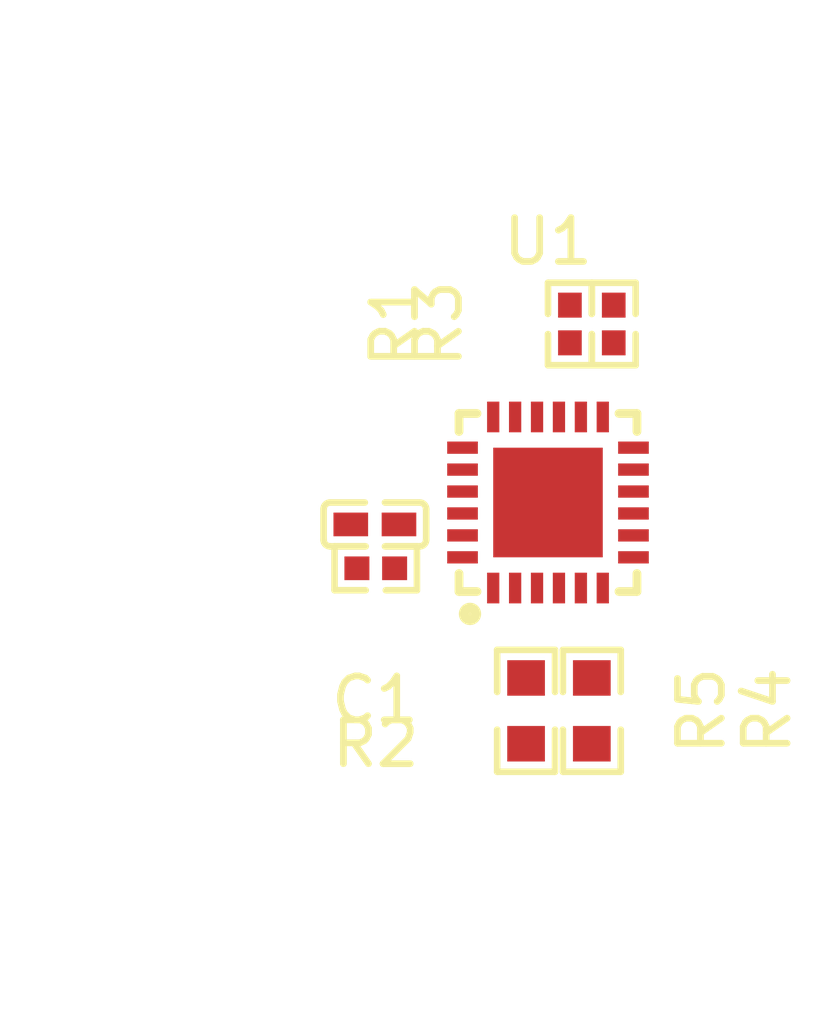
<source format=kicad_pcb>
(kicad_pcb (version 20241229) (generator "pcbnew") (generator_version "9.0")
  (layers (0 "F.Cu" signal) (2 "B.Cu" signal) (13 "F.Paste" user) (15 "B.Paste" user) (5 "F.SilkS" user "F.Silkscreen") (7 "B.SilkS" user "B.Silkscreen") (1 "F.Mask" user) (3 "B.Mask" user) (25 "Edge.Cuts" user))
  (net 0 "")
  (net 1 "LED8")
  (net 2 "CS2")
  (net 3 "WAKE_SPI_MOSI")
  (net 4 "RESET")
  (net 5 "SMCLK_BC_CLK_SPI_CLK")
  (net 6 "SMDATA_BC_DATA_SPI_MSIO_SPI_MISO")
  (net 7 "CS4")
  (net 8 "LED1")
  (net 9 "hv")
  (net 10 "ALERTh_BC_IRQh")
  (net 11 "LED4")
  (net 12 "CS7")
  (net 13 "LED3")
  (net 14 "CS5")
  (net 15 "ADDR_COMM")
  (net 16 "CS8")
  (net 17 "LED2")
  (net 18 "CS1")
  (net 19 "LED5")
  (net 20 "SPI_CSh")
  (net 21 "gnd")
  (net 22 "CS6")
  (net 23 "LED7")
  (net 24 "LED6")
  (net 25 "CS3")
  (footprint "atopile:R0402-56259e" (layer "F.Cu") (at 0.5 -4.07 90)
    (property "Reference" "R1" (at 0 -4 90) (layer "F.SilkS"))
    (property "Value" "10kΩ ±1% 62.5mW")
    (fp_line (start 0.94 -0.5) (end 0.23 -0.5) (stroke (width 0.15)) (layer "F.SilkS"))
    (fp_line (start -0.94 -0.5) (end -0.23 -0.5) (stroke (width 0.15)) (layer "F.SilkS"))
    (fp_line (start 0.94 0.5) (end 0.94 -0.5) (stroke (width 0.15)) (layer "F.SilkS"))
    (fp_line (start 0.23 0.5) (end 0.94 0.5) (stroke (width 0.15)) (layer "F.SilkS"))
    (fp_line (start -0.23 0.5) (end -0.94 0.5) (stroke (width 0.15)) (layer "F.SilkS"))
    (fp_line (start -0.94 0.5) (end -0.94 -0.5) (stroke (width 0.15)) (layer "F.SilkS"))
    (fp_text user "${REFERENCE}" (at 0 -4 90) (layer "F.SilkS"))
    (pad "1" smd rect (at -0.43 0 90) (size 0.57 0.54) (layers "F.Cu" "F.Mask" "F.Paste") (net 15 "ADDR_COMM"))
    (pad "2" smd rect (at 0.43 0 90) (size 0.57 0.54) (layers "F.Cu" "F.Mask" "F.Paste") (net 21 "gnd"))
  )
  (footprint "atopile:C0402-b3ef17" (layer "F.Cu") (at -3.95 0.5 180)
    (property "Reference" "C1" (at 0 -4 0) (layer "F.SilkS"))
    (property "Value" "100nF ±10% 16V X7R")
    (fp_line (start 1.17 0.35) (end 1.17 -0.35) (stroke (width 0.15)) (layer "F.SilkS"))
    (fp_line (start 1.02 -0.5) (end 0.23 -0.5) (stroke (width 0.15)) (layer "F.SilkS"))
    (fp_line (start 0.23 0.5) (end 1.02 0.5) (stroke (width 0.15)) (layer "F.SilkS"))
    (fp_line (start -0.23 0.5) (end -1.02 0.5) (stroke (width 0.15)) (layer "F.SilkS"))
    (fp_line (start -1.02 -0.5) (end -0.23 -0.5) (stroke (width 0.15)) (layer "F.SilkS"))
    (fp_line (start -1.17 0.35) (end -1.17 -0.35) (stroke (width 0.15)) (layer "F.SilkS"))
    (fp_arc (start 1.17 0.35) (mid 1.126066 0.456066) (end 1.02 0.5) (stroke (width 0.15)) (layer "F.SilkS"))
    (fp_arc (start 1.02 -0.5) (mid 1.126066 -0.456066) (end 1.17 -0.35) (stroke (width 0.15)) (layer "F.SilkS"))
    (fp_arc (start -1.02 0.5) (mid -1.126066 0.456066) (end -1.17 0.35) (stroke (width 0.15)) (layer "F.SilkS"))
    (fp_arc (start -1.17 -0.35) (mid -1.126066 -0.456066) (end -1.02 -0.5) (stroke (width 0.15)) (layer "F.SilkS"))
    (fp_text user "${REFERENCE}" (at 0 -4 0) (layer "F.SilkS"))
    (pad "1" smd rect (at -0.55 0 180) (size 0.79 0.54) (layers "F.Cu" "F.Mask" "F.Paste") (net 9 "hv"))
    (pad "2" smd rect (at 0.55 0 180) (size 0.79 0.54) (layers "F.Cu" "F.Mask" "F.Paste") (net 21 "gnd"))
  )
  (footprint "atopile:QFN-24_L4.0-W4.0-P0.50-BL-EP2.5-58dc27" (layer "F.Cu") (at 0 0)
    (property "Reference" "U1" (at 0 -5.95 0) (layer "F.SilkS"))
    (property "Value" "")
    (fp_line (start -2.03 -2.03) (end -1.62 -2.03) (stroke (width 0.2)) (layer "F.SilkS"))
    (fp_line (start -2.03 -1.62) (end -2.03 -2.03) (stroke (width 0.2)) (layer "F.SilkS"))
    (fp_line (start -2.03 2.03) (end -2.03 1.62) (stroke (width 0.2)) (layer "F.SilkS"))
    (fp_line (start -1.62 2.03) (end -2.03 2.03) (stroke (width 0.2)) (layer "F.SilkS"))
    (fp_line (start 1.62 -2.03) (end 2.03 -2.03) (stroke (width 0.2)) (layer "F.SilkS"))
    (fp_line (start 2.03 -2.03) (end 2.03 -1.62) (stroke (width 0.2)) (layer "F.SilkS"))
    (fp_line (start 2.03 1.62) (end 2.03 2.03) (stroke (width 0.2)) (layer "F.SilkS"))
    (fp_line (start 2.03 2.03) (end 1.62 2.03) (stroke (width 0.2)) (layer "F.SilkS"))
    (fp_circle (center -1.78 2.54) (end -1.65 2.54) (stroke (width 0.25)) (fill no) (layer "F.SilkS"))
    (fp_text user "${REFERENCE}" (at 0 -5.95 0) (layer "F.SilkS"))
    (pad "1" smd rect (at -1.25 1.95 180) (size 0.28 0.7) (layers "F.Cu" "F.Mask" "F.Paste") (net 20 "SPI_CSh"))
    (pad "2" smd rect (at -0.75 1.95 180) (size 0.28 0.7) (layers "F.Cu" "F.Mask" "F.Paste") (net 3 "WAKE_SPI_MOSI"))
    (pad "3" smd rect (at -0.25 1.95 180) (size 0.28 0.7) (layers "F.Cu" "F.Mask" "F.Paste") (net 6 "SMDATA_BC_DATA_SPI_MSIO_SPI_MISO"))
    (pad "4" smd rect (at 0.25 1.95 180) (size 0.28 0.7) (layers "F.Cu" "F.Mask" "F.Paste") (net 5 "SMCLK_BC_CLK_SPI_CLK"))
    (pad "5" smd rect (at 0.75 1.95 180) (size 0.28 0.7) (layers "F.Cu" "F.Mask" "F.Paste") (net 8 "LED1"))
    (pad "6" smd rect (at 1.25 1.95 180) (size 0.28 0.7) (layers "F.Cu" "F.Mask" "F.Paste") (net 17 "LED2"))
    (pad "7" smd rect (at 1.95 1.25 270) (size 0.28 0.7) (layers "F.Cu" "F.Mask" "F.Paste") (net 13 "LED3"))
    (pad "8" smd rect (at 1.95 0.75 270) (size 0.28 0.7) (layers "F.Cu" "F.Mask" "F.Paste") (net 11 "LED4"))
    (pad "9" smd rect (at 1.95 0.25 270) (size 0.28 0.7) (layers "F.Cu" "F.Mask" "F.Paste") (net 19 "LED5"))
    (pad "10" smd rect (at 1.95 -0.25 270) (size 0.28 0.7) (layers "F.Cu" "F.Mask" "F.Paste") (net 24 "LED6"))
    (pad "11" smd rect (at 1.95 -0.75 270) (size 0.28 0.7) (layers "F.Cu" "F.Mask" "F.Paste") (net 23 "LED7"))
    (pad "12" smd rect (at 1.95 -1.25 270) (size 0.28 0.7) (layers "F.Cu" "F.Mask" "F.Paste") (net 1 "LED8"))
    (pad "13" smd rect (at 1.25 -1.95) (size 0.28 0.7) (layers "F.Cu" "F.Mask" "F.Paste") (net 10 "ALERTh_BC_IRQh"))
    (pad "14" smd rect (at 0.75 -1.95) (size 0.28 0.7) (layers "F.Cu" "F.Mask" "F.Paste") (net 15 "ADDR_COMM"))
    (pad "15" smd rect (at 0.25 -1.95) (size 0.28 0.7) (layers "F.Cu" "F.Mask" "F.Paste") (net 16 "CS8"))
    (pad "16" smd rect (at -0.25 -1.95) (size 0.28 0.7) (layers "F.Cu" "F.Mask" "F.Paste") (net 12 "CS7"))
    (pad "17" smd rect (at -0.75 -1.95) (size 0.28 0.7) (layers "F.Cu" "F.Mask" "F.Paste") (net 22 "CS6"))
    (pad "18" smd rect (at -1.25 -1.95) (size 0.28 0.7) (layers "F.Cu" "F.Mask" "F.Paste") (net 14 "CS5"))
    (pad "19" smd rect (at -1.95 -1.25 90) (size 0.28 0.7) (layers "F.Cu" "F.Mask" "F.Paste") (net 7 "CS4"))
    (pad "20" smd rect (at -1.95 -0.75 90) (size 0.28 0.7) (layers "F.Cu" "F.Mask" "F.Paste") (net 25 "CS3"))
    (pad "21" smd rect (at -1.95 -0.25 90) (size 0.28 0.7) (layers "F.Cu" "F.Mask" "F.Paste") (net 2 "CS2"))
    (pad "22" smd rect (at -1.95 0.25 90) (size 0.28 0.7) (layers "F.Cu" "F.Mask" "F.Paste") (net 18 "CS1"))
    (pad "23" smd rect (at -1.95 0.75 90) (size 0.28 0.7) (layers "F.Cu" "F.Mask" "F.Paste") (net 9 "hv"))
    (pad "24" smd rect (at -1.95 1.25 90) (size 0.28 0.7) (layers "F.Cu" "F.Mask" "F.Paste") (net 4 "RESET"))
    (pad "25" smd rect (at 0 0 90) (size 2.5 2.5) (layers "F.Cu" "F.Mask" "F.Paste") (net 21 "gnd"))
  )
  (footprint "atopile:R0603-ebcab9" (layer "F.Cu") (at 1 4.75 -90)
    (property "Reference" "R4" (at 0 -4 90) (layer "F.SilkS"))
    (property "Value" "10kΩ ±1% 100mW")
    (fp_line (start -1.39 0.66) (end -1.39 -0.66) (stroke (width 0.15)) (layer "F.SilkS"))
    (fp_line (start -0.43 0.66) (end -1.39 0.66) (stroke (width 0.15)) (layer "F.SilkS"))
    (fp_line (start 0.43 0.66) (end 1.39 0.66) (stroke (width 0.15)) (layer "F.SilkS"))
    (fp_line (start 1.39 0.66) (end 1.39 -0.66) (stroke (width 0.15)) (layer "F.SilkS"))
    (fp_line (start -1.39 -0.66) (end -0.43 -0.66) (stroke (width 0.15)) (layer "F.SilkS"))
    (fp_line (start 1.39 -0.66) (end 0.43 -0.66) (stroke (width 0.15)) (layer "F.SilkS"))
    (fp_text user "${REFERENCE}" (at 0 -4 90) (layer "F.SilkS"))
    (pad "1" smd rect (at -0.75 0 270) (size 0.81 0.86) (layers "F.Cu" "F.Mask" "F.Paste") (net 5 "SMCLK_BC_CLK_SPI_CLK"))
    (pad "2" smd rect (at 0.75 0 270) (size 0.81 0.86) (layers "F.Cu" "F.Mask" "F.Paste") (net 9 "hv"))
  )
  (footprint "atopile:R0402-56259e" (layer "F.Cu") (at 1.5 -4.07 90)
    (property "Reference" "R3" (at 0 -4 90) (layer "F.SilkS"))
    (property "Value" "10kΩ ±1% 62.5mW")
    (fp_line (start 0.94 -0.5) (end 0.23 -0.5) (stroke (width 0.15)) (layer "F.SilkS"))
    (fp_line (start -0.94 -0.5) (end -0.23 -0.5) (stroke (width 0.15)) (layer "F.SilkS"))
    (fp_line (start 0.94 0.5) (end 0.94 -0.5) (stroke (width 0.15)) (layer "F.SilkS"))
    (fp_line (start 0.23 0.5) (end 0.94 0.5) (stroke (width 0.15)) (layer "F.SilkS"))
    (fp_line (start -0.23 0.5) (end -0.94 0.5) (stroke (width 0.15)) (layer "F.SilkS"))
    (fp_line (start -0.94 0.5) (end -0.94 -0.5) (stroke (width 0.15)) (layer "F.SilkS"))
    (fp_text user "${REFERENCE}" (at 0 -4 90) (layer "F.SilkS"))
    (pad "1" smd rect (at -0.43 0 90) (size 0.57 0.54) (layers "F.Cu" "F.Mask" "F.Paste") (net 10 "ALERTh_BC_IRQh"))
    (pad "2" smd rect (at 0.43 0 90) (size 0.57 0.54) (layers "F.Cu" "F.Mask" "F.Paste") (net 9 "hv"))
  )
  (footprint "atopile:R0402-56259e" (layer "F.Cu") (at -3.93 1.5 180)
    (property "Reference" "R2" (at 0 -4 0) (layer "F.SilkS"))
    (property "Value" "10kΩ ±1% 62.5mW")
    (fp_line (start 0.94 0.5) (end 0.94 -0.5) (stroke (width 0.15)) (layer "F.SilkS"))
    (fp_line (start 0.94 -0.5) (end 0.23 -0.5) (stroke (width 0.15)) (layer "F.SilkS"))
    (fp_line (start 0.23 0.5) (end 0.94 0.5) (stroke (width 0.15)) (layer "F.SilkS"))
    (fp_line (start -0.23 0.5) (end -0.94 0.5) (stroke (width 0.15)) (layer "F.SilkS"))
    (fp_line (start -0.94 0.5) (end -0.94 -0.5) (stroke (width 0.15)) (layer "F.SilkS"))
    (fp_line (start -0.94 -0.5) (end -0.23 -0.5) (stroke (width 0.15)) (layer "F.SilkS"))
    (fp_text user "${REFERENCE}" (at 0 -4 0) (layer "F.SilkS"))
    (pad "1" smd rect (at -0.43 0 180) (size 0.57 0.54) (layers "F.Cu" "F.Mask" "F.Paste") (net 4 "RESET"))
    (pad "2" smd rect (at 0.43 0 180) (size 0.57 0.54) (layers "F.Cu" "F.Mask" "F.Paste") (net 21 "gnd"))
  )
  (footprint "atopile:R0603-ebcab9" (layer "F.Cu") (at -0.5 4.75 -90)
    (property "Reference" "R5" (at 0 -4 90) (layer "F.SilkS"))
    (property "Value" "10kΩ ±1% 100mW")
    (fp_line (start -1.39 0.66) (end -1.39 -0.66) (stroke (width 0.15)) (layer "F.SilkS"))
    (fp_line (start -0.43 0.66) (end -1.39 0.66) (stroke (width 0.15)) (layer "F.SilkS"))
    (fp_line (start 0.43 0.66) (end 1.39 0.66) (stroke (width 0.15)) (layer "F.SilkS"))
    (fp_line (start 1.39 0.66) (end 1.39 -0.66) (stroke (width 0.15)) (layer "F.SilkS"))
    (fp_line (start -1.39 -0.66) (end -0.43 -0.66) (stroke (width 0.15)) (layer "F.SilkS"))
    (fp_line (start 1.39 -0.66) (end 0.43 -0.66) (stroke (width 0.15)) (layer "F.SilkS"))
    (fp_text user "${REFERENCE}" (at 0 -4 90) (layer "F.SilkS"))
    (pad "1" smd rect (at -0.75 0 270) (size 0.81 0.86) (layers "F.Cu" "F.Mask" "F.Paste") (net 6 "SMDATA_BC_DATA_SPI_MSIO_SPI_MISO"))
    (pad "2" smd rect (at 0.75 0 270) (size 0.81 0.86) (layers "F.Cu" "F.Mask" "F.Paste") (net 9 "hv"))
  )
)
</source>
